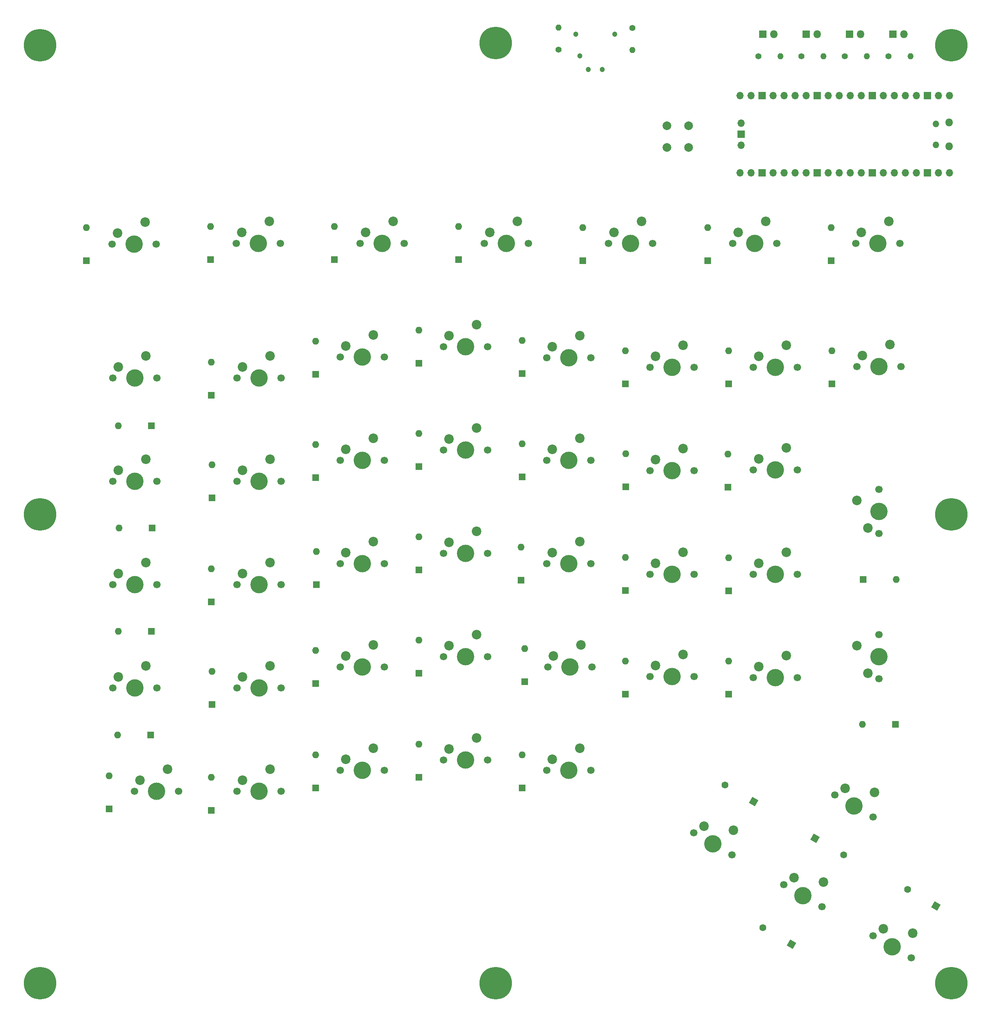
<source format=gbr>
%TF.GenerationSoftware,KiCad,Pcbnew,6.0.9-8da3e8f707~116~ubuntu20.04.1*%
%TF.CreationDate,2022-11-05T13:47:39+01:00*%
%TF.ProjectId,98keys-left,39386b65-7973-42d6-9c65-66742e6b6963,rev?*%
%TF.SameCoordinates,Original*%
%TF.FileFunction,Soldermask,Bot*%
%TF.FilePolarity,Negative*%
%FSLAX46Y46*%
G04 Gerber Fmt 4.6, Leading zero omitted, Abs format (unit mm)*
G04 Created by KiCad (PCBNEW 6.0.9-8da3e8f707~116~ubuntu20.04.1) date 2022-11-05 13:47:39*
%MOMM*%
%LPD*%
G01*
G04 APERTURE LIST*
G04 Aperture macros list*
%AMHorizOval*
0 Thick line with rounded ends*
0 $1 width*
0 $2 $3 position (X,Y) of the first rounded end (center of the circle)*
0 $4 $5 position (X,Y) of the second rounded end (center of the circle)*
0 Add line between two ends*
20,1,$1,$2,$3,$4,$5,0*
0 Add two circle primitives to create the rounded ends*
1,1,$1,$2,$3*
1,1,$1,$4,$5*%
%AMRotRect*
0 Rectangle, with rotation*
0 The origin of the aperture is its center*
0 $1 length*
0 $2 width*
0 $3 Rotation angle, in degrees counterclockwise*
0 Add horizontal line*
21,1,$1,$2,0,0,$3*%
G04 Aperture macros list end*
%ADD10C,1.200000*%
%ADD11C,1.400000*%
%ADD12O,1.400000X1.400000*%
%ADD13R,1.600000X1.600000*%
%ADD14O,1.600000X1.600000*%
%ADD15RotRect,1.600000X1.600000X150.000000*%
%ADD16HorizOval,1.600000X0.000000X0.000000X0.000000X0.000000X0*%
%ADD17RotRect,1.600000X1.600000X330.000000*%
%ADD18HorizOval,1.600000X0.000000X0.000000X0.000000X0.000000X0*%
%ADD19C,1.700000*%
%ADD20C,4.000000*%
%ADD21C,2.200000*%
%ADD22C,7.500000*%
%ADD23R,1.800000X1.800000*%
%ADD24O,1.800000X1.800000*%
%ADD25O,1.700000X1.700000*%
%ADD26R,1.700000X1.700000*%
%ADD27O,1.500000X1.500000*%
%ADD28C,2.000000*%
G04 APERTURE END LIST*
D10*
%TO.C,J1*%
X153900000Y-56049000D03*
X151000000Y-47949000D03*
X157100000Y-56049000D03*
X151900000Y-52949000D03*
X160000000Y-47949000D03*
%TD*%
D11*
%TO.C,R6*%
X147000000Y-51460000D03*
D12*
X147000000Y-46380000D03*
%TD*%
D11*
%TO.C,R5*%
X164000000Y-46500000D03*
D12*
X164000000Y-51580000D03*
%TD*%
D13*
%TO.C,D1*%
X38200000Y-100080000D03*
D14*
X38200000Y-92460000D03*
%TD*%
D13*
%TO.C,D2*%
X53200000Y-138080000D03*
D14*
X45580000Y-138080000D03*
%TD*%
D13*
%TO.C,D3*%
X53400000Y-161680000D03*
D14*
X45780000Y-161680000D03*
%TD*%
D13*
%TO.C,D4*%
X53200000Y-185480000D03*
D14*
X45580000Y-185480000D03*
%TD*%
D13*
%TO.C,D5*%
X53000000Y-209280000D03*
D14*
X45380000Y-209280000D03*
%TD*%
D13*
%TO.C,D6*%
X43500000Y-226300000D03*
D14*
X43500000Y-218680000D03*
%TD*%
D13*
%TO.C,D7*%
X66800000Y-99880000D03*
D14*
X66800000Y-92260000D03*
%TD*%
D13*
%TO.C,D8*%
X67000000Y-131080000D03*
D14*
X67000000Y-123460000D03*
%TD*%
D13*
%TO.C,D9*%
X67200000Y-154700000D03*
D14*
X67200000Y-147080000D03*
%TD*%
D13*
%TO.C,D10*%
X67000000Y-178680000D03*
D14*
X67000000Y-171060000D03*
%TD*%
D13*
%TO.C,D11*%
X67200000Y-202280000D03*
D14*
X67200000Y-194660000D03*
%TD*%
D13*
%TO.C,D12*%
X67000000Y-226680000D03*
D14*
X67000000Y-219060000D03*
%TD*%
D13*
%TO.C,D14*%
X95400000Y-99880000D03*
D14*
X95400000Y-92260000D03*
%TD*%
D13*
%TO.C,D15*%
X91000000Y-126280000D03*
D14*
X91000000Y-118660000D03*
%TD*%
D13*
%TO.C,D16*%
X91000000Y-150080000D03*
D14*
X91000000Y-142460000D03*
%TD*%
D13*
%TO.C,D17*%
X91000000Y-197480000D03*
D14*
X91000000Y-189860000D03*
%TD*%
D13*
%TO.C,D18*%
X91200000Y-174700000D03*
D14*
X91200000Y-167080000D03*
%TD*%
D13*
%TO.C,D19*%
X91000000Y-221480000D03*
D14*
X91000000Y-213860000D03*
%TD*%
D13*
%TO.C,D20*%
X124000000Y-99880000D03*
D14*
X124000000Y-92260000D03*
%TD*%
D13*
%TO.C,D21*%
X114800000Y-123700000D03*
D14*
X114800000Y-116080000D03*
%TD*%
D13*
%TO.C,D22*%
X114800000Y-147480000D03*
D14*
X114800000Y-139860000D03*
%TD*%
D13*
%TO.C,D23*%
X114800000Y-171280000D03*
D14*
X114800000Y-163660000D03*
%TD*%
D13*
%TO.C,D24*%
X114800000Y-195080000D03*
D14*
X114800000Y-187460000D03*
%TD*%
D13*
%TO.C,D25*%
X114800000Y-219080000D03*
D14*
X114800000Y-211460000D03*
%TD*%
D13*
%TO.C,D26*%
X152600000Y-100080000D03*
D14*
X152600000Y-92460000D03*
%TD*%
D13*
%TO.C,D27*%
X138600000Y-149880000D03*
D14*
X138600000Y-142260000D03*
%TD*%
D13*
%TO.C,D28*%
X138600000Y-126080000D03*
D14*
X138600000Y-118460000D03*
%TD*%
D13*
%TO.C,D29*%
X138400000Y-173680000D03*
D14*
X138400000Y-166060000D03*
%TD*%
D13*
%TO.C,D30*%
X139200000Y-197080000D03*
D14*
X139200000Y-189460000D03*
%TD*%
D13*
%TO.C,D31*%
X138600000Y-221500000D03*
D14*
X138600000Y-213880000D03*
%TD*%
D13*
%TO.C,D32*%
X181400000Y-100080000D03*
D14*
X181400000Y-92460000D03*
%TD*%
D13*
%TO.C,D33*%
X162400000Y-128480000D03*
D14*
X162400000Y-120860000D03*
%TD*%
D13*
%TO.C,D34*%
X162500000Y-152180000D03*
D14*
X162500000Y-144560000D03*
%TD*%
D13*
%TO.C,D35*%
X162400000Y-176080000D03*
D14*
X162400000Y-168460000D03*
%TD*%
D13*
%TO.C,D36*%
X162400000Y-199880000D03*
D14*
X162400000Y-192260000D03*
%TD*%
D13*
%TO.C,D37*%
X209800000Y-100080000D03*
D14*
X209800000Y-92460000D03*
%TD*%
D13*
%TO.C,D38*%
X186200000Y-128480000D03*
D14*
X186200000Y-120860000D03*
%TD*%
D13*
%TO.C,D39*%
X186200000Y-199880000D03*
D14*
X186200000Y-192260000D03*
%TD*%
D13*
%TO.C,D40*%
X186000000Y-152280000D03*
D14*
X186000000Y-144660000D03*
%TD*%
D13*
%TO.C,D41*%
X186200000Y-176100000D03*
D14*
X186200000Y-168480000D03*
%TD*%
D13*
%TO.C,D42*%
X210000000Y-128480000D03*
D14*
X210000000Y-120860000D03*
%TD*%
D13*
%TO.C,D43*%
X217200000Y-173480000D03*
D14*
X224820000Y-173480000D03*
%TD*%
D13*
%TO.C,D44*%
X224620000Y-206880000D03*
D14*
X217000000Y-206880000D03*
%TD*%
D15*
%TO.C,D45*%
X192000000Y-224680000D03*
D16*
X185400886Y-220870000D03*
%TD*%
D17*
%TO.C,D46*%
X206100000Y-233080000D03*
D18*
X212699114Y-236890000D03*
%TD*%
D15*
%TO.C,D47*%
X200699000Y-257490000D03*
D16*
X194099886Y-253680000D03*
%TD*%
D15*
%TO.C,D48*%
X234000000Y-248680000D03*
D16*
X227400886Y-244870000D03*
%TD*%
D11*
%TO.C,R1*%
X193080000Y-53000000D03*
D12*
X198160000Y-53000000D03*
%TD*%
D11*
%TO.C,R2*%
X203000000Y-53000000D03*
D12*
X208080000Y-53000000D03*
%TD*%
D11*
%TO.C,R3*%
X223000000Y-53000000D03*
D12*
X228080000Y-53000000D03*
%TD*%
D19*
%TO.C,SW1*%
X54280000Y-96280000D03*
D20*
X49200000Y-96280000D03*
D19*
X44120000Y-96280000D03*
D21*
X51740000Y-91200000D03*
X45390000Y-93740000D03*
%TD*%
D19*
%TO.C,SW2*%
X44320000Y-127080000D03*
X54480000Y-127080000D03*
D20*
X49400000Y-127080000D03*
D21*
X51940000Y-122000000D03*
X45590000Y-124540000D03*
%TD*%
D19*
%TO.C,SW3*%
X54480000Y-150880000D03*
D20*
X49400000Y-150880000D03*
D19*
X44320000Y-150880000D03*
D21*
X51940000Y-145800000D03*
X45590000Y-148340000D03*
%TD*%
D20*
%TO.C,SW4*%
X49400000Y-198480000D03*
D19*
X44320000Y-198480000D03*
X54480000Y-198480000D03*
D21*
X51940000Y-193400000D03*
X45590000Y-195940000D03*
%TD*%
D19*
%TO.C,SW5*%
X44320000Y-174680000D03*
D20*
X49400000Y-174680000D03*
D19*
X54480000Y-174680000D03*
D21*
X51940000Y-169600000D03*
X45590000Y-172140000D03*
%TD*%
D20*
%TO.C,SW6*%
X54400000Y-222280000D03*
D19*
X59480000Y-222280000D03*
X49320000Y-222280000D03*
D21*
X56940000Y-217200000D03*
X50590000Y-219740000D03*
%TD*%
D20*
%TO.C,SW7*%
X77800000Y-96080000D03*
D19*
X72720000Y-96080000D03*
X82880000Y-96080000D03*
D21*
X80340000Y-91000000D03*
X73990000Y-93540000D03*
%TD*%
D19*
%TO.C,SW8*%
X83080000Y-127080000D03*
X72920000Y-127080000D03*
D20*
X78000000Y-127080000D03*
D21*
X80540000Y-122000000D03*
X74190000Y-124540000D03*
%TD*%
D20*
%TO.C,SW9*%
X78000000Y-150880000D03*
D19*
X83080000Y-150880000D03*
X72920000Y-150880000D03*
D21*
X80540000Y-145800000D03*
X74190000Y-148340000D03*
%TD*%
D20*
%TO.C,SW10*%
X78000000Y-198480000D03*
D19*
X72920000Y-198480000D03*
X83080000Y-198480000D03*
D21*
X80540000Y-193400000D03*
X74190000Y-195940000D03*
%TD*%
D19*
%TO.C,SW11*%
X83080000Y-174680000D03*
D20*
X78000000Y-174680000D03*
D19*
X72920000Y-174680000D03*
D21*
X80540000Y-169600000D03*
X74190000Y-172140000D03*
%TD*%
D19*
%TO.C,SW12*%
X72920000Y-222280000D03*
X83080000Y-222280000D03*
D20*
X78000000Y-222280000D03*
D21*
X80540000Y-217200000D03*
X74190000Y-219740000D03*
%TD*%
D19*
%TO.C,SW13*%
X111480000Y-96080000D03*
X101320000Y-96080000D03*
D20*
X106400000Y-96080000D03*
D21*
X108940000Y-91000000D03*
X102590000Y-93540000D03*
%TD*%
D20*
%TO.C,SW14*%
X101800000Y-122280000D03*
D19*
X106880000Y-122280000D03*
X96720000Y-122280000D03*
D21*
X104340000Y-117200000D03*
X97990000Y-119740000D03*
%TD*%
D19*
%TO.C,SW15*%
X106880000Y-146080000D03*
X96720000Y-146080000D03*
D20*
X101800000Y-146080000D03*
D21*
X104340000Y-141000000D03*
X97990000Y-143540000D03*
%TD*%
D20*
%TO.C,SW16*%
X101800000Y-193680000D03*
D19*
X106880000Y-193680000D03*
X96720000Y-193680000D03*
D21*
X104340000Y-188600000D03*
X97990000Y-191140000D03*
%TD*%
D19*
%TO.C,SW17*%
X96720000Y-169880000D03*
X106880000Y-169880000D03*
D20*
X101800000Y-169880000D03*
D21*
X104340000Y-164800000D03*
X97990000Y-167340000D03*
%TD*%
D19*
%TO.C,SW18*%
X96720000Y-217480000D03*
X106880000Y-217480000D03*
D20*
X101800000Y-217480000D03*
D21*
X104340000Y-212400000D03*
X97990000Y-214940000D03*
%TD*%
D19*
%TO.C,SW19*%
X129920000Y-96080000D03*
X140080000Y-96080000D03*
D20*
X135000000Y-96080000D03*
D21*
X137540000Y-91000000D03*
X131190000Y-93540000D03*
%TD*%
D20*
%TO.C,SW20*%
X125600000Y-119880000D03*
D19*
X130680000Y-119880000D03*
X120520000Y-119880000D03*
D21*
X128140000Y-114800000D03*
X121790000Y-117340000D03*
%TD*%
D20*
%TO.C,SW21*%
X125600000Y-143680000D03*
D19*
X120520000Y-143680000D03*
X130680000Y-143680000D03*
D21*
X128140000Y-138600000D03*
X121790000Y-141140000D03*
%TD*%
D19*
%TO.C,SW22*%
X120520000Y-191280000D03*
D20*
X125600000Y-191280000D03*
D19*
X130680000Y-191280000D03*
D21*
X128140000Y-186200000D03*
X121790000Y-188740000D03*
%TD*%
D19*
%TO.C,SW23*%
X130680000Y-167480000D03*
X120520000Y-167480000D03*
D20*
X125600000Y-167480000D03*
D21*
X128140000Y-162400000D03*
X121790000Y-164940000D03*
%TD*%
D19*
%TO.C,SW24*%
X120520000Y-215080000D03*
D20*
X125600000Y-215080000D03*
D19*
X130680000Y-215080000D03*
D21*
X128140000Y-210000000D03*
X121790000Y-212540000D03*
%TD*%
D20*
%TO.C,SW25*%
X163600000Y-96080000D03*
D19*
X168680000Y-96080000D03*
X158520000Y-96080000D03*
D21*
X166140000Y-91000000D03*
X159790000Y-93540000D03*
%TD*%
D19*
%TO.C,SW26*%
X144320000Y-122480000D03*
D20*
X149400000Y-122480000D03*
D19*
X154480000Y-122480000D03*
D21*
X151940000Y-117400000D03*
X145590000Y-119940000D03*
%TD*%
D19*
%TO.C,SW27*%
X144320000Y-146080000D03*
D20*
X149400000Y-146080000D03*
D19*
X154480000Y-146080000D03*
D21*
X151940000Y-141000000D03*
X145590000Y-143540000D03*
%TD*%
D19*
%TO.C,SW28*%
X144520000Y-193680000D03*
X154680000Y-193680000D03*
D20*
X149600000Y-193680000D03*
D21*
X152140000Y-188600000D03*
X145790000Y-191140000D03*
%TD*%
D20*
%TO.C,SW29*%
X149400000Y-169880000D03*
D19*
X144320000Y-169880000D03*
X154480000Y-169880000D03*
D21*
X151940000Y-164800000D03*
X145590000Y-167340000D03*
%TD*%
D19*
%TO.C,SW30*%
X144320000Y-217480000D03*
X154480000Y-217480000D03*
D20*
X149400000Y-217480000D03*
D21*
X151940000Y-212400000D03*
X145590000Y-214940000D03*
%TD*%
D20*
%TO.C,SW31*%
X192200000Y-96080000D03*
D19*
X197280000Y-96080000D03*
X187120000Y-96080000D03*
D21*
X194740000Y-91000000D03*
X188390000Y-93540000D03*
%TD*%
D19*
%TO.C,SW32*%
X168120000Y-124680000D03*
D20*
X173200000Y-124680000D03*
D19*
X178280000Y-124680000D03*
D21*
X175740000Y-119600000D03*
X169390000Y-122140000D03*
%TD*%
D19*
%TO.C,SW33*%
X178280000Y-148480000D03*
D20*
X173200000Y-148480000D03*
D19*
X168120000Y-148480000D03*
D21*
X175740000Y-143400000D03*
X169390000Y-145940000D03*
%TD*%
D19*
%TO.C,SW34*%
X178280000Y-195880000D03*
X168120000Y-195880000D03*
D20*
X173200000Y-195880000D03*
D21*
X175740000Y-190800000D03*
X169390000Y-193340000D03*
%TD*%
D19*
%TO.C,SW35*%
X168120000Y-172280000D03*
X178280000Y-172280000D03*
D20*
X173200000Y-172280000D03*
D21*
X175740000Y-167200000D03*
X169390000Y-169740000D03*
%TD*%
D19*
%TO.C,SW36*%
X225680000Y-96080000D03*
D20*
X220600000Y-96080000D03*
D19*
X215520000Y-96080000D03*
D21*
X223140000Y-91000000D03*
X216790000Y-93540000D03*
%TD*%
D19*
%TO.C,SW37*%
X191920000Y-124680000D03*
X202080000Y-124680000D03*
D20*
X197000000Y-124680000D03*
D21*
X199540000Y-119600000D03*
X193190000Y-122140000D03*
%TD*%
D20*
%TO.C,SW38*%
X197000000Y-148280000D03*
D19*
X202080000Y-148280000D03*
X191920000Y-148280000D03*
D21*
X199540000Y-143200000D03*
X193190000Y-145740000D03*
%TD*%
D19*
%TO.C,SW39*%
X202080000Y-196080000D03*
X191920000Y-196080000D03*
D20*
X197000000Y-196080000D03*
D21*
X199540000Y-191000000D03*
X193190000Y-193540000D03*
%TD*%
D20*
%TO.C,SW40*%
X197000000Y-172280000D03*
D19*
X191920000Y-172280000D03*
X202080000Y-172280000D03*
D21*
X199540000Y-167200000D03*
X193190000Y-169740000D03*
%TD*%
D20*
%TO.C,SW41*%
X220800000Y-124480000D03*
D19*
X225880000Y-124480000D03*
X215720000Y-124480000D03*
D21*
X223340000Y-119400000D03*
X216990000Y-121940000D03*
%TD*%
D19*
%TO.C,SW42*%
X220800000Y-162960000D03*
D20*
X220800000Y-157880000D03*
D19*
X220800000Y-152800000D03*
D21*
X215720000Y-155340000D03*
X218260000Y-161690000D03*
%TD*%
D19*
%TO.C,SW43*%
X220800000Y-196360000D03*
D20*
X220800000Y-191280000D03*
D19*
X220800000Y-186200000D03*
D21*
X215720000Y-188740000D03*
X218260000Y-195090000D03*
%TD*%
D20*
%TO.C,SW44*%
X182600295Y-234380409D03*
D19*
X186999705Y-236920409D03*
X178200886Y-231840409D03*
D21*
X187340000Y-231251000D03*
X180570739Y-230275705D03*
%TD*%
D19*
%TO.C,SW45*%
X210700886Y-223140409D03*
X219499705Y-228220409D03*
D20*
X215100295Y-225680409D03*
D21*
X219840000Y-222551000D03*
X213070739Y-221575705D03*
%TD*%
D19*
%TO.C,SW46*%
X198900886Y-243740409D03*
D20*
X203300295Y-246280409D03*
D19*
X207699705Y-248820409D03*
D21*
X208040000Y-243151000D03*
X201270739Y-242175705D03*
%TD*%
D19*
%TO.C,SW47*%
X228299705Y-260620409D03*
D20*
X223900295Y-258080409D03*
D19*
X219500886Y-255540409D03*
D21*
X228640000Y-254951000D03*
X221870739Y-253975705D03*
%TD*%
D22*
%TO.C,H1*%
X27500000Y-50500000D03*
%TD*%
%TO.C,H2*%
X132500000Y-50000000D03*
%TD*%
%TO.C,H3*%
X237500000Y-50500000D03*
%TD*%
%TO.C,H4*%
X27500000Y-158500000D03*
%TD*%
%TO.C,H5*%
X237500000Y-158500000D03*
%TD*%
%TO.C,H6*%
X27500000Y-266500000D03*
%TD*%
%TO.C,H7*%
X132500000Y-266500000D03*
%TD*%
%TO.C,H8*%
X237500000Y-266500000D03*
%TD*%
D23*
%TO.C,D13*%
X194080000Y-47900000D03*
D24*
X196620000Y-47900000D03*
%TD*%
D23*
%TO.C,D49*%
X204080000Y-47900000D03*
D24*
X206620000Y-47900000D03*
%TD*%
D23*
%TO.C,D50*%
X214080000Y-47900000D03*
D24*
X216620000Y-47900000D03*
%TD*%
D23*
%TO.C,D51*%
X224080000Y-47900000D03*
D24*
X226620000Y-47900000D03*
%TD*%
D11*
%TO.C,R4*%
X213000000Y-53000000D03*
D12*
X218080000Y-53000000D03*
%TD*%
D25*
%TO.C,U1*%
X189100000Y-73540000D03*
D26*
X189100000Y-71000000D03*
D25*
X189100000Y-68460000D03*
X237130000Y-79890000D03*
X234590000Y-79890000D03*
D26*
X232050000Y-79890000D03*
D25*
X229510000Y-79890000D03*
X226970000Y-79890000D03*
X224430000Y-79890000D03*
X221890000Y-79890000D03*
D26*
X219350000Y-79890000D03*
D25*
X216810000Y-79890000D03*
X214270000Y-79890000D03*
X211730000Y-79890000D03*
X209190000Y-79890000D03*
D26*
X206650000Y-79890000D03*
D25*
X204110000Y-79890000D03*
X201570000Y-79890000D03*
X199030000Y-79890000D03*
X196490000Y-79890000D03*
D26*
X193950000Y-79890000D03*
D25*
X191410000Y-79890000D03*
X188870000Y-79890000D03*
X188870000Y-62110000D03*
X191410000Y-62110000D03*
D26*
X193950000Y-62110000D03*
D25*
X196490000Y-62110000D03*
X199030000Y-62110000D03*
X201570000Y-62110000D03*
X204110000Y-62110000D03*
D26*
X206650000Y-62110000D03*
D25*
X209190000Y-62110000D03*
X211730000Y-62110000D03*
X214270000Y-62110000D03*
X216810000Y-62110000D03*
D26*
X219350000Y-62110000D03*
D25*
X221890000Y-62110000D03*
X224430000Y-62110000D03*
X226970000Y-62110000D03*
X229510000Y-62110000D03*
D26*
X232050000Y-62110000D03*
D25*
X234590000Y-62110000D03*
X237130000Y-62110000D03*
D24*
X237000000Y-73725000D03*
X237000000Y-68275000D03*
D27*
X233970000Y-68575000D03*
X233970000Y-73425000D03*
%TD*%
D28*
%TO.C,SW48*%
X177000000Y-74000000D03*
X172000000Y-74000000D03*
X177000000Y-69000000D03*
X172000000Y-69000000D03*
%TD*%
M02*

</source>
